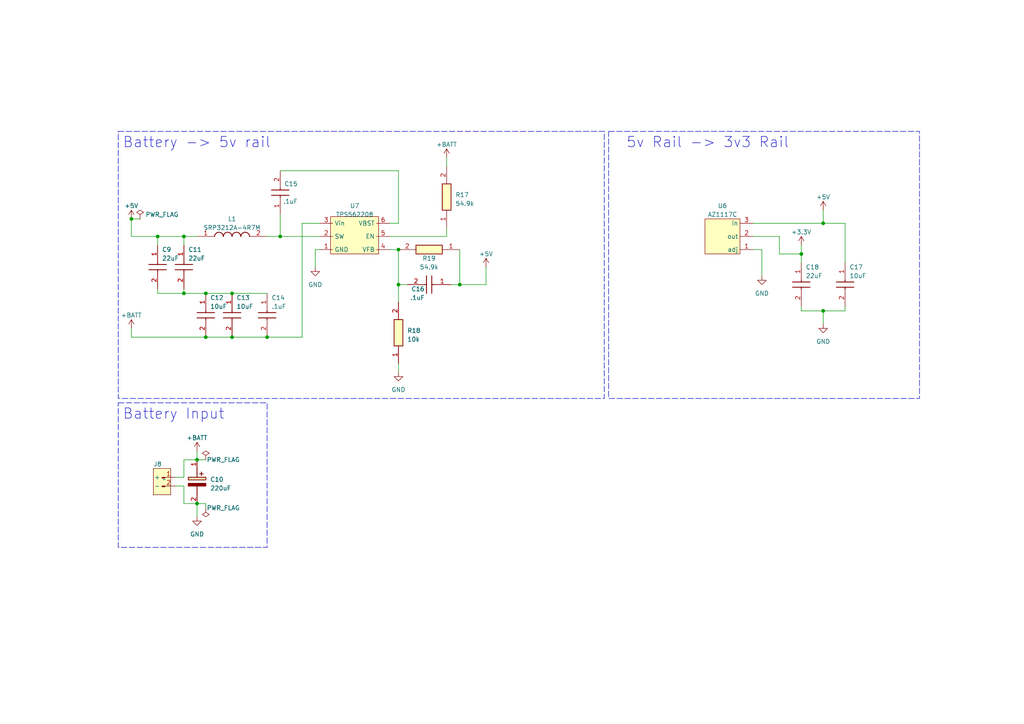
<source format=kicad_sch>
(kicad_sch (version 20230121) (generator eeschema)
  (paper "A4")
  (lib_symbols
    (symbol "aaa_SamacSys_Parts:CL21A226MQQNNNE" (pin_names hide)
      (property "Reference" "C" (at 8.89 6.35 0))
      (property "Value" "CL21A226MQQNNNE" (at 8.89 3.81 0))
      (symbol "CL21A226MQQNNNE_1_1"
        (polyline (pts (xy 5.08 0) (xy 5.588 0)) (stroke (width 0.254)))
        (polyline (pts (xy 5.588 2.54) (xy 5.588 -2.54)) (stroke (width 0.254)))
        (polyline (pts (xy 7.112 0) (xy 7.62 0)) (stroke (width 0.254)))
        (polyline (pts (xy 7.112 2.54) (xy 7.112 -2.54)) (stroke (width 0.254)))
        (pin passive line (at 0 0 0) (length 5.08) (name "1") (number "1"))
        (pin passive line (at 12.7 0 180) (length 5.08) (name "2") (number "2"))
      )
    )
    (symbol "aaa_SamacSys_Parts:RC0603FR-7W10KL" (pin_names hide)
      (property "Reference" "R" (at 13.97 6.35 0))
      (property "Value" "RC0603FR-7W10KL" (at 13.97 3.81 0))
      (symbol "RC0603FR-7W10KL_1_1"
        (rectangle (start 5.08 1.27) (end 12.7 -1.27) (stroke (width 0.254)) (fill (type background)))
        (pin passive line (at 0 0 0) (length 5.08) (name "1") (number "1"))
        (pin passive line (at 17.78 0 180) (length 5.08) (name "2") (number "2"))
      )
    )
    (symbol "aaa_SamacSys_Parts:SRP3212A-4R7M" (pin_names hide)
      (property "Reference" "L" (at 16.51 6.35 0))
      (property "Value" "SRP3212A-4R7M" (at 16.51 3.81 0))
      (symbol "SRP3212A-4R7M_1_1"
        (arc (start 7.62 0) (mid 6.35 1.219) (end 5.08 0) (stroke (width 0.254)))
        (arc (start 10.16 0) (mid 8.89 1.219) (end 7.62 0) (stroke (width 0.254)))
        (arc (start 12.7 0) (mid 11.43 1.219) (end 10.16 0) (stroke (width 0.254)))
        (arc (start 15.24 0) (mid 13.97 1.219) (end 12.7 0) (stroke (width 0.254)))
        (pin passive line (at 0 0 0) (length 5.08) (name "1") (number "1"))
        (pin passive line (at 20.32 0 180) (length 5.08) (name "2") (number "2"))
      )
    )
    (symbol "motorgo_components:AZ1117C"
      (property "Reference" "U" (at -4.445 6.35 0))
      (property "Value" "AZ1117C" (at 1.905 6.35 0))
      (symbol "AZ1117C_1_1"
        (rectangle (start -5.08 5.08) (end 5.08 -5.08) (fill (type background)))
        (pin input line (at 8.89 -3.81 180) (length 3.81) (name "adj") (number "1"))
        (pin power_out line (at 8.89 0 180) (length 3.81) (name "out") (number "2"))
        (pin input line (at 8.89 3.81 180) (length 3.81) (name "in") (number "3"))
      )
    )
    (symbol "motorgo_components:RGA221M1EBK-0811G" (pin_names hide)
      (property "Reference" "C" (at 8.89 6.35 0))
      (property "Value" "RGA221M1EBK-0811G" (at 8.89 3.81 0))
      (symbol "RGA221M1EBK-0811G_1_1"
        (polyline (pts (xy 2.54 0) (xy 5.08 0)) (stroke (width 0.254)))
        (polyline (pts (xy 4.064 1.778) (xy 4.064 0.762)) (stroke (width 0.254)))
        (polyline (pts (xy 4.572 1.27) (xy 3.556 1.27)) (stroke (width 0.254)))
        (polyline (pts (xy 7.62 0) (xy 10.16 0)) (stroke (width 0.254)))
        (polyline (pts (xy 7.62 2.54) (xy 7.62 -2.54) (xy 6.858 -2.54) (xy 6.858 2.54) (xy 7.62 2.54)) (stroke (width 0.254)) (fill (type outline)))
        (rectangle (start 5.08 2.54) (end 5.842 -2.54) (stroke (width 0.254)) (fill (type background)))
        (pin passive line (at 0 0 0) (length 2.54) (name "+") (number "1"))
        (pin passive line (at 12.7 0 180) (length 2.54) (name "-") (number "2"))
      )
    )
    (symbol "motorgo_components:TPS562208DDCR"
      (property "Reference" "U" (at -6.35 6.985 0))
      (property "Value" "TPS562208" (at 1.905 6.985 0))
      (symbol "TPS562208DDCR_1_1"
        (rectangle (start -6.985 5.715) (end 6.985 -5.08) (fill (type background)))
        (pin power_in line (at -10.16 -3.81 0) (length 3.81) (name "GND") (number "1"))
        (pin power_out line (at -10.16 0 0) (length 3.81) (name "SW") (number "2"))
        (pin power_in line (at -10.16 3.81 0) (length 3.81) (name "Vin") (number "3"))
        (pin input line (at 10.16 -3.81 180) (length 3.81) (name "VFB") (number "4"))
        (pin input line (at 10.16 0 180) (length 3.81) (name "EN") (number "5"))
        (pin input line (at 10.16 3.81 180) (length 3.81) (name "VBST") (number "6"))
      )
    )
    (symbol "motorgo_components:xt30"
      (property "Reference" "J" (at -3.175 4.445 0))
      (symbol "xt30_1_1"
        (rectangle (start -2.54 3.81) (end 2.54 -3.81) (fill (type background)))
        (rectangle (start 0 -1.27) (end 0.8636 -1.524) (stroke (width 0.1524)) (fill (type outline)))
        (polyline (pts (xy 0.635 -1.27) (xy 0.2286 -1.27)) (stroke (width 0.1524)))
        (polyline (pts (xy 0.635 1.27) (xy 0.2286 1.27)) (stroke (width 0.1524)))
        (rectangle (start 0 1.27) (end 0.8636 1.016) (stroke (width 0.1524)) (fill (type outline)))
        (pin power_in line (at 3.81 1.27 180) (length 3.81) (name "+") (number "1"))
        (pin power_in line (at 3.81 -1.27 180) (length 3.81) (name "-") (number "2"))
      )
    )
    (symbol "power:+3.3V" (power) (pin_names (offset 0))
      (property "Value" "+3.3V" (at 0 3.556 0))
      (symbol "+3.3V_0_1"
        (polyline (pts (xy -0.762 1.27) (xy 0 2.54)))
        (polyline (pts (xy 0 0) (xy 0 2.54)))
        (polyline (pts (xy 0 2.54) (xy 0.762 1.27)))
      )
      (symbol "+3.3V_1_1"
        (pin power_in line (at 0 0 90) (length 0) hide (name "+3.3V") (number "1"))
      )
    )
    (symbol "power:+5V" (power) (pin_names (offset 0))
      (property "Value" "+5V" (at 0 3.556 0))
      (symbol "+5V_0_1"
        (polyline (pts (xy -0.762 1.27) (xy 0 2.54)))
        (polyline (pts (xy 0 0) (xy 0 2.54)))
        (polyline (pts (xy 0 2.54) (xy 0.762 1.27)))
      )
      (symbol "+5V_1_1"
        (pin power_in line (at 0 0 90) (length 0) hide (name "+5V") (number "1"))
      )
    )
    (symbol "power:+BATT" (power) (pin_names (offset 0))
      (property "Value" "+BATT" (at 0 3.556 0))
      (symbol "+BATT_0_1"
        (polyline (pts (xy -0.762 1.27) (xy 0 2.54)))
        (polyline (pts (xy 0 0) (xy 0 2.54)))
        (polyline (pts (xy 0 2.54) (xy 0.762 1.27)))
      )
      (symbol "+BATT_1_1"
        (pin power_in line (at 0 0 90) (length 0) hide (name "+BATT") (number "1"))
      )
    )
    (symbol "power:GND" (power) (pin_names (offset 0))
      (property "Value" "GND" (at 0 -3.81 0))
      (symbol "GND_0_1"
        (polyline (pts (xy 0 0) (xy 0 -1.27) (xy 1.27 -1.27) (xy 0 -2.54) (xy -1.27 -1.27) (xy 0 -1.27)))
      )
      (symbol "GND_1_1"
        (pin power_in line (at 0 0 270) (length 0) hide (name "GND") (number "1"))
      )
    )
    (symbol "power:PWR_FLAG" (power) (pin_numbers hide) (pin_names (offset 0) hide)
      (property "Value" "PWR_FLAG" (at 0 3.81 0))
      (symbol "PWR_FLAG_0_0"
        (pin power_out line (at 0 0 90) (length 0) (name "pwr") (number "1"))
      )
      (symbol "PWR_FLAG_0_1"
        (polyline (pts (xy 0 0) (xy 0 1.27) (xy -1.016 1.905) (xy 0 2.54) (xy 1.016 1.905) (xy 0 1.27)))
      )
    )
  )
  (junction (at 57.15 133.35))
  (junction (at 38.1 63.5))
  (junction (at 53.34 68.58))
  (junction (at 59.69 97.79))
  (junction (at 115.57 82.55))
  (junction (at 238.76 90.17))
  (junction (at 67.31 85.09))
  (junction (at 67.31 97.79))
  (junction (at 238.76 64.77))
  (junction (at 81.28 68.58))
  (junction (at 232.41 73.66))
  (junction (at 59.69 85.09))
  (junction (at 57.15 146.05))
  (junction (at 115.57 72.39))
  (junction (at 77.47 97.79))
  (junction (at 53.34 85.09))
  (junction (at 45.72 68.58))
  (junction (at 133.35 82.55))
  (wire (pts (xy 232.41 73.66) (xy 232.41 71.12)))
  (wire (pts (xy 226.06 73.66) (xy 232.41 73.66)))
  (wire (pts (xy 38.1 97.79) (xy 59.69 97.79)))
  (wire (pts (xy 45.72 68.58) (xy 53.34 68.58)))
  (wire (pts (xy 53.34 85.09) (xy 53.34 83.82)))
  (wire (pts (xy 220.98 72.39) (xy 220.98 80.01)))
  (wire (pts (xy 59.69 85.09) (xy 67.31 85.09)))
  (wire (pts (xy 53.34 133.35) (xy 53.34 138.43)))
  (wire (pts (xy 129.54 68.58) (xy 129.54 66.04)))
  (wire (pts (xy 53.34 68.58) (xy 57.15 68.58)))
  (wire (pts (xy 238.76 64.77) (xy 245.11 64.77)))
  (wire (pts (xy 67.31 97.79) (xy 77.47 97.79)))
  (wire (pts (xy 232.41 73.66) (xy 232.41 76.2)))
  (wire (pts (xy 238.76 60.96) (xy 238.76 64.77)))
  (wire (pts (xy 57.15 133.35) (xy 59.69 133.35)))
  (wire (pts (xy 238.76 90.17) (xy 245.11 90.17)))
  (wire (pts (xy 59.69 97.79) (xy 67.31 97.79)))
  (wire (pts (xy 129.54 45.72) (xy 129.54 48.26)))
  (wire (pts (xy 87.63 64.77) (xy 87.63 97.79)))
  (wire (pts (xy 53.34 138.43) (xy 50.8 138.43)))
  (wire (pts (xy 226.06 68.58) (xy 218.44 68.58)))
  (wire (pts (xy 115.57 82.55) (xy 118.11 82.55)))
  (wire (pts (xy 245.11 76.2) (xy 245.11 64.77)))
  (wire (pts (xy 115.57 82.55) (xy 115.57 87.63)))
  (wire (pts (xy 115.57 105.41) (xy 115.57 107.95)))
  (wire (pts (xy 133.35 82.55) (xy 140.97 82.55)))
  (wire (pts (xy 53.34 133.35) (xy 57.15 133.35)))
  (wire (pts (xy 57.15 130.81) (xy 57.15 133.35)))
  (wire (pts (xy 238.76 90.17) (xy 238.76 93.98)))
  (wire (pts (xy 232.41 90.17) (xy 238.76 90.17)))
  (wire (pts (xy 53.34 140.97) (xy 50.8 140.97)))
  (wire (pts (xy 45.72 68.58) (xy 45.72 71.12)))
  (wire (pts (xy 130.81 82.55) (xy 133.35 82.55)))
  (wire (pts (xy 113.03 64.77) (xy 115.57 64.77)))
  (wire (pts (xy 133.35 72.39) (xy 133.35 82.55)))
  (wire (pts (xy 77.47 68.58) (xy 81.28 68.58)))
  (wire (pts (xy 115.57 72.39) (xy 113.03 72.39)))
  (wire (pts (xy 115.57 82.55) (xy 115.57 72.39)))
  (wire (pts (xy 57.15 146.05) (xy 59.69 146.05)))
  (wire (pts (xy 57.15 146.05) (xy 57.15 149.86)))
  (wire (pts (xy 226.06 73.66) (xy 226.06 68.58)))
  (wire (pts (xy 81.28 68.58) (xy 92.71 68.58)))
  (wire (pts (xy 38.1 63.5) (xy 38.1 68.58)))
  (wire (pts (xy 53.34 146.05) (xy 53.34 140.97)))
  (wire (pts (xy 67.31 85.09) (xy 77.47 85.09)))
  (wire (pts (xy 218.44 72.39) (xy 220.98 72.39)))
  (wire (pts (xy 245.11 90.17) (xy 245.11 88.9)))
  (wire (pts (xy 53.34 68.58) (xy 53.34 71.12)))
  (wire (pts (xy 45.72 85.09) (xy 45.72 83.82)))
  (wire (pts (xy 38.1 68.58) (xy 45.72 68.58)))
  (wire (pts (xy 113.03 68.58) (xy 129.54 68.58)))
  (wire (pts (xy 53.34 146.05) (xy 57.15 146.05)))
  (wire (pts (xy 218.44 64.77) (xy 238.76 64.77)))
  (wire (pts (xy 45.72 85.09) (xy 53.34 85.09)))
  (wire (pts (xy 81.28 62.23) (xy 81.28 68.58)))
  (wire (pts (xy 59.69 146.05) (xy 59.69 147.32)))
  (wire (pts (xy 81.28 49.53) (xy 115.57 49.53)))
  (wire (pts (xy 38.1 63.5) (xy 40.64 63.5)))
  (wire (pts (xy 115.57 49.53) (xy 115.57 64.77)))
  (wire (pts (xy 77.47 97.79) (xy 87.63 97.79)))
  (wire (pts (xy 87.63 64.77) (xy 92.71 64.77)))
  (wire (pts (xy 232.41 90.17) (xy 232.41 88.9)))
  (wire (pts (xy 38.1 95.25) (xy 38.1 97.79)))
  (wire (pts (xy 53.34 85.09) (xy 59.69 85.09)))
  (wire (pts (xy 140.97 82.55) (xy 140.97 77.47)))
  (wire (pts (xy 92.71 72.39) (xy 91.44 72.39)))
  (wire (pts (xy 91.44 72.39) (xy 91.44 77.47)))
  (rectangle (start 77.47 158.75) (end 77.47 158.75))
  (rectangle (start 176.53 38.1) (end 266.7 115.57) (stroke (width 0) (type dash)))
  (rectangle (start 34.29 116.84) (end 77.47 158.75) (stroke (width 0) (type dash)))
  (rectangle (start 34.29 38.1) (end 175.26 115.57) (stroke (width 0) (type dash)))
  (text "Battery -> 5v rail" (at 35.56 43.18 0) (effects (font (size 3 3)) (justify left bottom)))
  (text "5v Rail -> 3v3 Rail" (at 181.61 43.18 0) (effects (font (size 3 3)) (justify left bottom)))
  (text "Battery Input\n" (at 35.56 121.92 0) (effects (font (size 3 3)) (justify left bottom)))
  (symbol (lib_id "power:GND") (at 220.98 80.01 0) (unit 1)
    (property "Reference" "#PWR026" (effects hide))
    (property "Value" "GND" (at 220.98 85.09 0))
    (instances (project "mini_motor_go_V1_rev3" (path "" (reference "#PWR026") (unit 1)) (path "" (reference "#PWR034") (unit 1))))
  )
  (symbol (lib_id "power:GND") (at 238.76 93.98 0) (unit 1)
    (property "Reference" "#PWR026" (effects hide))
    (property "Value" "GND" (at 238.76 99.06 0))
    (instances (project "mini_motor_go_V1_rev3" (path "" (reference "#PWR026") (unit 1)) (path "" (reference "#PWR035") (unit 1))))
  )
  (symbol (lib_id "aaa_SamacSys_Parts:CL21A226MQQNNNE") (at 45.72 71.12 270) (unit 1)
    (property "Reference" "C9" (at 46.99 72.39 90) (effects (justify left)))
    (property "Value" "22uF" (at 46.99 74.93 90) (effects (justify left)))
    (property "Footprint" "Capacitor_SMD:C_0603_1608Metric_Pad1.08x0.95mm_HandSolder" (effects hide))
    (property "Datasheet" "http://product.samsungsem.com/mlcc/basic-search.do?partNumber=CL21A226MQQNNN" (effects hide))
    (property "Height" "1.4" (effects hide))
    (property "Mouser Part Number" "187-CL21A226MQQNNNE" (effects hide))
    (property "Mouser Price/Stock" "https://www.mouser.co.uk/ProductDetail/Samsung-Electro-Mechanics/CL21A226MQQNNNE?qs=349EhDEZ59oZnQF%252BO1HZ%252BQ%3D%3D" (effects hide))
    (property "Manufacturer_Name" "SAMSUNG" (effects hide))
    (property "Manufacturer_Part_Number" "CL21A226MQQNNNE" (effects hide))
    (property "LCSC Part Number" "C5674" (effects hide))
    (property "note" "this P/N is 0805, not 0603. recommend for review. " (effects hide))
  )
  (symbol (lib_id "aaa_SamacSys_Parts:CL21A226MQQNNNE") (at 59.69 85.09 270) (unit 1)
    (property "Reference" "C12" (at 60.96 86.36 90) (effects (justify left)))
    (property "Value" "10uF" (at 60.96 88.9 90) (effects (justify left)))
    (property "Footprint" "Capacitor_SMD:C_0402_1005Metric_Pad0.74x0.62mm_HandSolder" (effects hide))
    (property "Datasheet" "https://www.lcsc.com/product-detail/Multilayer-Ceramic-Capacitors-MLCC-span-style-background-color-ff0-SMD-span-SMT_Chinocera-HGC0402R5106M100NTEJ_C7472949.html" (effects hide))
    (property "Height" "1.4" (effects hide))
    (property "Mouser Part Number" "187-CL21A226MQQNNNE" (effects hide))
    (property "Mouser Price/Stock" "https://www.mouser.co.uk/ProductDetail/Samsung-Electro-Mechanics/CL21A226MQQNNNE?qs=349EhDEZ59oZnQF%252BO1HZ%252BQ%3D%3D" (effects hide))
    (property "Manufacturer_Name" "Chinocera " (effects hide))
    (property "Manufacturer_Part_Number" "HGC0402R5106M100NTEJ" (effects hide))
    (property "LCSC Part Number" "C7472949" (effects hide))
    (property "note" "Changed from C5674 (22 uF and 0805 in original symbol field) to spec (10 uF and 0402). 20% tolerance. 10V breakdown. recommend for review." (effects hide))
  )
  (symbol (lib_id "power:+3.3V") (at 232.41 71.12 0) (unit 1)
    (property "Reference" "#PWR037" (effects hide))
    (property "Value" "+3.3V" (at 232.41 67.31 0))
  )
  (symbol (lib_id "power:GND") (at 91.44 77.47 0) (unit 1)
    (property "Reference" "#PWR026" (effects hide))
    (property "Value" "GND" (at 91.44 82.55 0))
    (instances (project "mini_motor_go_V1_rev3" (path "" (reference "#PWR026") (unit 1)) (path "" (reference "#PWR028") (unit 1))))
  )
  (symbol (lib_id "aaa_SamacSys_Parts:CL21A226MQQNNNE") (at 77.47 85.09 270) (unit 1)
    (property "Reference" "C14" (at 78.74 86.36 90) (effects (justify left)))
    (property "Value" ".1uF" (at 78.74 88.9 90) (effects (justify left)))
    (property "Footprint" "Capacitor_SMD:C_0402_1005Metric_Pad0.74x0.62mm_HandSolder" (effects hide))
    (property "Datasheet" "https://www.lcsc.com/product-detail/Multilayer-Ceramic-Capacitors-MLCC-span-style-background-color-ff0-SMD-span-SMT_Taiyo-Yuden-EMK063AC6104KP-F_C2173858.html" (effects hide))
    (property "Height" "1.4" (effects hide))
    (property "Mouser Part Number" "187-CL21A226MQQNNNE" (effects hide))
    (property "Mouser Price/Stock" "https://www.mouser.co.uk/ProductDetail/Samsung-Electro-Mechanics/CL21A226MQQNNNE?qs=349EhDEZ59oZnQF%252BO1HZ%252BQ%3D%3D" (effects hide))
    (property "Manufacturer_Name" "Taiyo Yuden" (effects hide))
    (property "Manufacturer_Part_Number" "EMK063AC6104KP-F" (effects hide))
    (property "LCSC Part Number" "C2173858" (effects hide))
    (property "note" "Changed from C5674 (22 uF and 0805) in original. Specified option good to compare against C4, C8. this part is 0201, 16V, 10%. 25V option (C386070) has lower availability. recommend for review." (effects hide))
  )
  (symbol (lib_id "aaa_SamacSys_Parts:RC0603FR-7W10KL") (at 129.54 66.04 90) (unit 1)
    (property "Reference" "R17" (at 132.08 56.515 90) (effects (justify right)))
    (property "Value" "54.9k" (at 132.08 59.055 90) (effects (justify right)))
    (property "Footprint" "Resistor_SMD:R_0402_1005Metric_Pad0.72x0.64mm_HandSolder" (effects hide))
    (property "Datasheet" "https://www.lcsc.com/product-detail/Chip-span-style-background-color-ff0-Resistor-span-Surface-Mount_Walsin-Tech-Corp-WR04X5492FTL_C170335.html" (effects hide))
    (property "Height" "0.55" (effects hide))
    (property "Mouser Part Number" "603-RC0603FR-7W10KL" (effects hide))
    (property "Mouser Price/Stock" "https://www.mouser.co.uk/ProductDetail/YAGEO/RC0603FR-7W10KL?qs=AQlKX63v8Ru%2F1n5uALWRmg%3D%3D" (effects hide))
    (property "Manufacturer_Name" "Walsin Tech Corp" (effects hide))
    (property "Manufacturer_Part_Number" "WR04X5492FTL" (effects hide))
    (property "note" "Original: LCSC C859110 did not meet spec. replaced with another one. chose +/- 1% 62.5 mW thick film resistor." (effects hide))
    (property "LCSC Part Number" "C170335" (effects hide))
  )
  (symbol (lib_id "aaa_SamacSys_Parts:RC0603FR-7W10KL") (at 115.57 105.41 90) (unit 1)
    (property "Reference" "R18" (at 118.11 95.885 90) (effects (justify right)))
    (property "Value" "10k" (at 118.11 98.425 90) (effects (justify right)))
    (property "Footprint" "Resistor_SMD:R_0402_1005Metric_Pad0.72x0.64mm_HandSolder" (effects hide))
    (property "Datasheet" "https://www.lcsc.com/product-detail/Chip-span-style-background-color-ff0-Resistor-span-Surface-Mount_VO-SCR0402F10K_C3015825.html" (effects hide))
    (property "Height" "0.55" (effects hide))
    (property "Mouser Part Number" "603-RC0603FR-7W10KL" (effects hide))
    (property "Mouser Price/Stock" "https://www.mouser.co.uk/ProductDetail/YAGEO/RC0603FR-7W10KL?qs=AQlKX63v8Ru%2F1n5uALWRmg%3D%3D" (effects hide))
    (property "Manufacturer_Name" "VO" (effects hide))
    (property "Manufacturer_Part_Number" "SCR0402F10K" (effects hide))
    (property "note" "Original: LCSC C859110 did not meet spec. replaced with another one. 1% chip resistor surface mount." (effects hide))
    (property "LCSC Part Number" "C3015825" (effects hide))
  )
  (symbol (lib_id "power:PWR_FLAG") (at 40.64 63.5 0) (unit 1)
    (property "Reference" "#FLG02" (effects hide))
    (property "Value" "PWR_FLAG" (at 46.99 62.23 0))
  )
  (symbol (lib_id "power:PWR_FLAG") (at 59.69 133.35 0) (unit 1)
    (property "Reference" "#FLG01" (effects hide))
    (property "Value" "PWR_FLAG" (at 64.77 133.35 0))
  )
  (symbol (lib_id "power:+5V") (at 38.1 63.5 0) (unit 1)
    (property "Reference" "#PWR029" (effects hide))
    (property "Value" "+5V" (at 38.1 59.69 0))
  )
  (symbol (lib_id "power:PWR_FLAG") (at 59.69 147.32 180) (unit 1)
    (property "Reference" "#FLG03" (effects hide))
    (property "Value" "PWR_FLAG" (at 64.77 147.32 0))
  )
  (symbol (lib_id "motorgo_components:RGA221M1EBK-0811G") (at 57.15 133.35 270) (unit 1)
    (property "Reference" "C10" (at 60.96 139.065 90) (effects (justify left)))
    (property "Value" "220uF" (at 60.96 141.605 90) (effects (justify left)))
    (property "Footprint" "Capacitor_THT:CP_Radial_D8.0mm_P3.50mm" (effects hide))
    (property "Datasheet" "https://componentsearchengine.com/Datasheets/1/RGA221M1EBK-0811G.pdf" (effects hide))
    (property "Height" "13" (effects hide))
    (property "Mouser Part Number" "140-RGA221M1EBK0811G" (effects hide))
    (property "Mouser Price/Stock" "https://www.mouser.co.uk/ProductDetail/Lelon/RGA221M1EBK-0811G?qs=pNDdEcSXiOD075vn7PGSsQ%3D%3D" (effects hide))
    (property "Manufacturer_Name" "Lelon" (effects hide))
    (property "Manufacturer_Part_Number" "RGA221M1EBK-0811G" (effects hide))
    (property "LCSC Part Number" "C384631" (effects hide))
    (property "note" "no update" (effects hide))
  )
  (symbol (lib_id "power:+5V") (at 140.97 77.47 0) (unit 1)
    (property "Reference" "#PWR033" (effects hide))
    (property "Value" "+5V" (at 140.97 73.66 0))
  )
  (symbol (lib_id "aaa_SamacSys_Parts:CL21A226MQQNNNE") (at 53.34 71.12 270) (unit 1)
    (property "Reference" "C11" (at 54.61 72.39 90) (effects (justify left)))
    (property "Value" "22uF" (at 54.61 74.93 90) (effects (justify left)))
    (property "Footprint" "Capacitor_SMD:C_0603_1608Metric_Pad1.08x0.95mm_HandSolder" (effects hide))
    (property "Datasheet" "http://product.samsungsem.com/mlcc/basic-search.do?partNumber=CL21A226MQQNNN" (effects hide))
    (property "Height" "1.4" (effects hide))
    (property "Mouser Part Number" "187-CL21A226MQQNNNE" (effects hide))
    (property "Mouser Price/Stock" "https://www.mouser.co.uk/ProductDetail/Samsung-Electro-Mechanics/CL21A226MQQNNNE?qs=349EhDEZ59oZnQF%252BO1HZ%252BQ%3D%3D" (effects hide))
    (property "Manufacturer_Name" "SAMSUNG" (effects hide))
    (property "Manufacturer_Part_Number" "CL21A226MQQNNNE" (effects hide))
    (property "LCSC Part Number" "C5674" (effects hide))
    (property "note" "this P/N is 0805, not 0603. recommend for review. " (effects hide))
  )
  (symbol (lib_id "aaa_SamacSys_Parts:CL21A226MQQNNNE") (at 130.81 82.55 180) (unit 1)
    (property "Reference" "C16" (at 123.19 83.82 0) (effects (justify left)))
    (property "Value" ".1uF" (at 123.19 86.36 0) (effects (justify left)))
    (property "Footprint" "Capacitor_SMD:C_0402_1005Metric_Pad0.74x0.62mm_HandSolder" (effects hide))
    (property "Datasheet" "https://www.lcsc.com/product-detail/Multilayer-Ceramic-Capacitors-MLCC-span-style-background-color-ff0-SMD-span-SMT_Taiyo-Yuden-EMK063AC6104KP-F_C2173858.html" (effects hide))
    (property "Height" "1.4" (effects hide))
    (property "Mouser Part Number" "187-CL21A226MQQNNNE" (effects hide))
    (property "Mouser Price/Stock" "https://www.mouser.co.uk/ProductDetail/Samsung-Electro-Mechanics/CL21A226MQQNNNE?qs=349EhDEZ59oZnQF%252BO1HZ%252BQ%3D%3D" (effects hide))
    (property "Manufacturer_Name" "Taiyo Yuden" (effects hide))
    (property "Manufacturer_Part_Number" "EMK063AC6104KP-F" (effects hide))
    (property "LCSC Part Number" "C2173858" (effects hide))
    (property "note" "Changed from C5674 (22 uF and 0805) in original. Specified option good to compare against C4, C8. this part is 0201, 16V, 10%. 25V option (C386070) has lower availability. recommend for review." (effects hide))
  )
  (symbol (lib_id "power:+BATT") (at 38.1 95.25 0) (unit 1)
    (property "Reference" "#PWR025" (effects hide))
    (property "Value" "+BATT" (at 38.1 91.44 0))
    (instances (project "mini_motor_go_V1_rev3" (path "" (reference "#PWR025") (unit 1)) (path "" (reference "#PWR027") (unit 1))))
  )
  (symbol (lib_id "aaa_SamacSys_Parts:CL21A226MQQNNNE") (at 245.11 76.2 270) (unit 1)
    (property "Reference" "C17" (at 246.38 77.47 90) (effects (justify left)))
    (property "Value" "10uF" (at 246.38 80.01 90) (effects (justify left)))
    (property "Footprint" "Capacitor_SMD:C_0402_1005Metric_Pad0.74x0.62mm_HandSolder" (effects hide))
    (property "Datasheet" "https://www.lcsc.com/product-detail/Multilayer-Ceramic-Capacitors-MLCC-span-style-background-color-ff0-SMD-span-SMT_Chinocera-HGC0402R5106M100NTEJ_C7472949.html" (effects hide))
    (property "Height" "1.4" (effects hide))
    (property "Mouser Part Number" "187-CL21A226MQQNNNE" (effects hide))
    (property "Mouser Price/Stock" "https://www.mouser.co.uk/ProductDetail/Samsung-Electro-Mechanics/CL21A226MQQNNNE?qs=349EhDEZ59oZnQF%252BO1HZ%252BQ%3D%3D" (effects hide))
    (property "Manufacturer_Name" "Chinocera " (effects hide))
    (property "Manufacturer_Part_Number" "HGC0402R5106M100NTEJ" (effects hide))
    (property "LCSC Part Number" "C7472949" (effects hide))
    (property "note" "Changed from C5674 (22 uF and 0805 in original symbol field) to spec (10 uF and 0402). 20% tolerance. 10V breakdown. recommend for review." (effects hide))
  )
  (symbol (lib_id "aaa_SamacSys_Parts:CL21A226MQQNNNE") (at 81.28 62.23 90) (unit 1)
    (property "Reference" "C15" (at 86.36 53.34 90) (effects (justify left)))
    (property "Value" ".1uF" (at 86.36 58.42 90) (effects (justify left)))
    (property "Footprint" "Capacitor_SMD:C_0402_1005Metric_Pad0.74x0.62mm_HandSolder" (effects hide))
    (property "Datasheet" "https://www.lcsc.com/product-detail/Multilayer-Ceramic-Capacitors-MLCC-span-style-background-color-ff0-SMD-span-SMT_Taiyo-Yuden-EMK063AC6104KP-F_C2173858.html" (effects hide))
    (property "Height" "1.4" (effects hide))
    (property "Mouser Part Number" "187-CL21A226MQQNNNE" (effects hide))
    (property "Mouser Price/Stock" "https://www.mouser.co.uk/ProductDetail/Samsung-Electro-Mechanics/CL21A226MQQNNNE?qs=349EhDEZ59oZnQF%252BO1HZ%252BQ%3D%3D" (effects hide))
    (property "Manufacturer_Name" "Taiyo Yuden" (effects hide))
    (property "Manufacturer_Part_Number" "EMK063AC6104KP-F" (effects hide))
    (property "LCSC Part Number" "C2173858" (effects hide))
    (property "note" "Changed from C5674 (22 uF and 0805) in original. Specified option good to compare against C4, C8. this part is 0201, 16V, 10%. 25V option (C386070) has lower availability. recommend for review." (effects hide))
  )
  (symbol (lib_id "aaa_SamacSys_Parts:SRP3212A-4R7M") (at 57.15 68.58 0) (unit 1)
    (property "Reference" "L1" (at 67.31 63.5 0))
    (property "Value" "SRP3212A-4R7M" (at 67.31 66.04 0))
    (property "Footprint" "aaa_SamacSys_Parts:INDC3225X120N" (effects hide))
    (property "Datasheet" "https://www.lcsc.com/product-detail/Power-Inductors_BOURNS-SRP3212A-4R7M_C19190305.html" (effects hide))
    (property "Height" "1.2" (effects hide))
    (property "Mouser Part Number" "652-SRP3212A-4R7M" (effects hide))
    (property "Mouser Price/Stock" "https://www.mouser.co.uk/ProductDetail/Bourns/SRP3212A-4R7M?qs=t7xnP681wgUDaQ9KSPrZtA%3D%3D" (effects hide))
    (property "Manufacturer_Name" "Bourns" (effects hide))
    (property "Manufacturer_Part_Number" "SRP3212A-4R7M" (effects hide))
    (property "note" "unable to verify specifications, but added LCSC P/N and link for consistency." (effects hide))
    (property "LCSC Part Number" "C19190305" (effects hide))
  )
  (symbol (lib_id "power:GND") (at 115.57 107.95 0) (unit 1)
    (property "Reference" "#PWR026" (effects hide))
    (property "Value" "GND" (at 115.57 113.03 0))
    (instances (project "mini_motor_go_V1_rev3" (path "" (reference "#PWR026") (unit 1)) (path "" (reference "#PWR032") (unit 1))))
  )
  (symbol (lib_id "aaa_SamacSys_Parts:CL21A226MQQNNNE") (at 67.31 85.09 270) (unit 1)
    (property "Reference" "C13" (at 68.58 86.36 90) (effects (justify left)))
    (property "Value" "10uF" (at 68.58 88.9 90) (effects (justify left)))
    (property "Footprint" "Capacitor_SMD:C_0402_1005Metric_Pad0.74x0.62mm_HandSolder" (effects hide))
    (property "Datasheet" "https://www.lcsc.com/product-detail/Multilayer-Ceramic-Capacitors-MLCC-span-style-background-color-ff0-SMD-span-SMT_Chinocera-HGC0402R5106M100NTEJ_C7472949.html" (effects hide))
    (property "Height" "1.4" (effects hide))
    (property "Mouser Part Number" "187-CL21A226MQQNNNE" (effects hide))
    (property "Mouser Price/Stock" "https://www.mouser.co.uk/ProductDetail/Samsung-Electro-Mechanics/CL21A226MQQNNNE?qs=349EhDEZ59oZnQF%252BO1HZ%252BQ%3D%3D" (effects hide))
    (property "Manufacturer_Name" "Chinocera " (effects hide))
    (property "Manufacturer_Part_Number" "HGC0402R5106M100NTEJ" (effects hide))
    (property "LCSC Part Number" "C7472949" (effects hide))
    (property "note" "Changed from C5674 (22 uF and 0805 in original symbol field) to spec (10 uF and 0402). 20% tolerance. 10V breakdown. recommend for review." (effects hide))
  )
  (symbol (lib_id "power:+BATT") (at 57.15 130.81 0) (unit 1)
    (property "Reference" "#PWR025" (effects hide))
    (property "Value" "+BATT" (at 57.15 127 0))
  )
  (symbol (lib_id "power:+5V") (at 238.76 60.96 0) (unit 1)
    (property "Reference" "#PWR036" (effects hide))
    (property "Value" "+5V" (at 238.76 57.15 0))
  )
  (symbol (lib_id "motorgo_components:TPS562208DDCR") (at 102.87 68.58 0) (unit 1)
    (property "Reference" "U7" (at 102.87 59.69 0))
    (property "Value" "TPS562208" (at 102.87 62.23 0))
    (property "Footprint" "Package_TO_SOT_SMD:SOT-23-6_Handsoldering" (effects hide))
    (property "Datasheet" "https://www.lcsc.com/product-detail/DC-DC-Converters_Texas-Instruments-TPS562208DDCR_C91301.html" (effects hide))
    (property "note" "filled in with data from LCSC." (effects hide))
    (property "LCSC Part Number" "C91301" (effects hide))
    (property "Manufacturer_Name" "Texas Instruments " (effects hide))
    (property "Manufacturer_Part_Number" "TPS562208DDCR" (effects hide))
  )
  (symbol (lib_id "power:+BATT") (at 129.54 45.72 0) (unit 1)
    (property "Reference" "#PWR025" (effects hide))
    (property "Value" "+BATT" (at 129.54 41.91 0))
    (instances (project "mini_motor_go_V1_rev3" (path "" (reference "#PWR025") (unit 1)) (path "" (reference "#PWR031") (unit 1))))
  )
  (symbol (lib_id "aaa_SamacSys_Parts:CL21A226MQQNNNE") (at 232.41 76.2 270) (unit 1)
    (property "Reference" "C18" (at 233.68 77.47 90) (effects (justify left)))
    (property "Value" "22uF" (at 233.68 80.01 90) (effects (justify left)))
    (property "Footprint" "Capacitor_SMD:C_0603_1608Metric_Pad1.08x0.95mm_HandSolder" (effects hide))
    (property "Datasheet" "http://product.samsungsem.com/mlcc/basic-search.do?partNumber=CL21A226MQQNNN" (effects hide))
    (property "Height" "1.4" (effects hide))
    (property "Mouser Part Number" "187-CL21A226MQQNNNE" (effects hide))
    (property "Mouser Price/Stock" "https://www.mouser.co.uk/ProductDetail/Samsung-Electro-Mechanics/CL21A226MQQNNNE?qs=349EhDEZ59oZnQF%252BO1HZ%252BQ%3D%3D" (effects hide))
    (property "Manufacturer_Name" "SAMSUNG" (effects hide))
    (property "Manufacturer_Part_Number" "CL21A226MQQNNNE" (effects hide))
    (property "LCSC Part Number" "C5674" (effects hide))
    (property "note" "this P/N is 0805, not 0603. recommend for review. " (effects hide))
  )
  (symbol (lib_id "motorgo_components:AZ1117C") (at 209.55 68.58 0) (unit 1)
    (property "Reference" "U6" (at 209.55 59.69 0))
    (property "Value" "AZ1117C" (at 209.55 62.23 0))
    (property "Footprint" "Package_TO_SOT_SMD:SOT-89-3" (effects hide))
    (property "Datasheet" "https://www.lcsc.com/product-detail/Linear-Voltage-Regulators-LDO_Diodes-Incorporated-AZ1117CR-3-3TRG1_C460428.html" (effects hide))
    (property "note" "assume 3.3V out based on schematic. " (effects hide))
    (property "LCSC Part Number" "C460428" (effects hide))
    (property "Manufacturer_Name" "Diodes Incorporated " (effects hide))
    (property "Manufacturer_Part_Number" "AZ1117CR-3.3TRG1" (effects hide))
  )
  (symbol (lib_id "power:GND") (at 57.15 149.86 0) (unit 1)
    (property "Reference" "#PWR026" (effects hide))
    (property "Value" "GND" (at 57.15 154.94 0))
  )
  (symbol (lib_id "aaa_SamacSys_Parts:RC0603FR-7W10KL") (at 133.35 72.39 180) (unit 1)
    (property "Reference" "R19" (at 124.46 74.93 0))
    (property "Value" "54.9k" (at 124.46 77.47 0))
    (property "Footprint" "Resistor_SMD:R_0402_1005Metric_Pad0.72x0.64mm_HandSolder" (effects hide))
    (property "Datasheet" "https://www.lcsc.com/product-detail/Chip-span-style-background-color-ff0-Resistor-span-Surface-Mount_Walsin-Tech-Corp-WR04X5492FTL_C170335.html" (effects hide))
    (property "Height" "0.55" (effects hide))
    (property "Mouser Part Number" "603-RC0603FR-7W10KL" (effects hide))
    (property "Mouser Price/Stock" "https://www.mouser.co.uk/ProductDetail/YAGEO/RC0603FR-7W10KL?qs=AQlKX63v8Ru%2F1n5uALWRmg%3D%3D" (effects hide))
    (property "Manufacturer_Name" "Walsin Tech Corp" (effects hide))
    (property "Manufacturer_Part_Number" "WR04X5492FTL" (effects hide))
    (property "note" "Original: LCSC C859110 did not meet spec. replaced with another one. chose +/- 1% 62.5 mW thick film resistor." (effects hide))
    (property "LCSC Part Number" "C170335" (effects hide))
  )
  (symbol (lib_id "motorgo_components:xt30") (at 46.99 139.7 0) (unit 1)
    (property "Reference" "J8" (at 45.72 134.62 0))
    (property "Value" "~" (at 47.625 139.065 0))
    (property "Footprint" "aaa_motorgo_components:xt30" (effects hide))
    (property "note" "XT30 cable. not specified for PCB fab?" (effects hide))
  )
)
</source>
